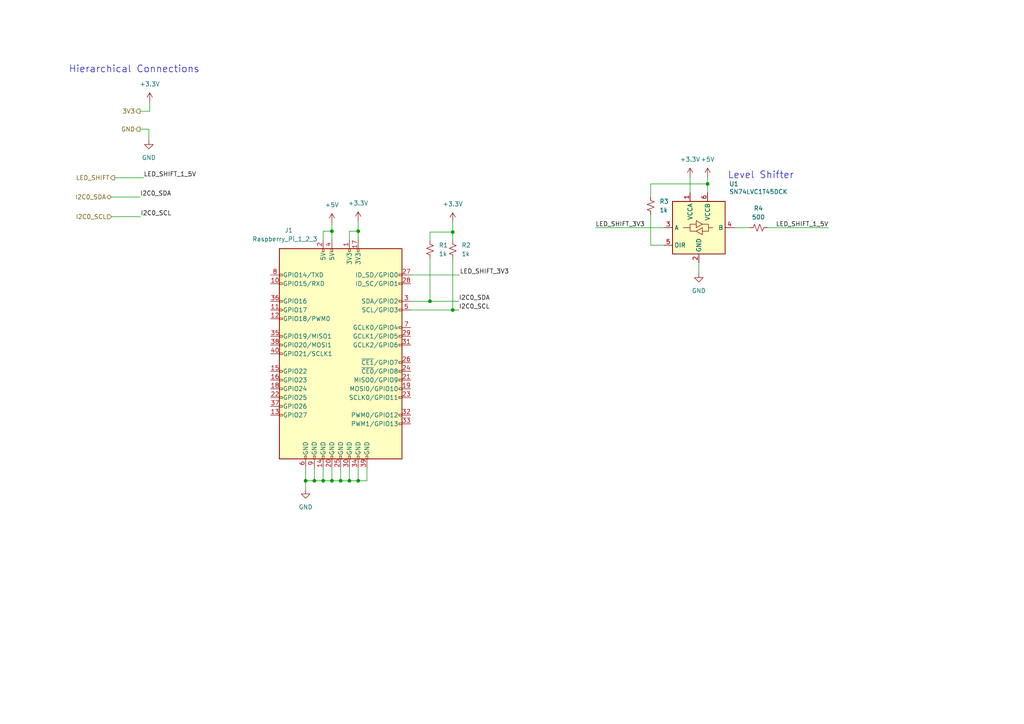
<source format=kicad_sch>
(kicad_sch (version 20230121) (generator eeschema)
  (paper "A4")
  (title_block (rev "A"))
  (lib_symbols
    (symbol "Connector:Raspberry_Pi_2_3" (pin_names (offset 1.016))
      (property "Reference" "J" (at -17.78 31.75 0))
      (property "Value" "Raspberry_Pi_2_3" (at 10.16 -31.75 0))
      (symbol "Raspberry_Pi_2_3_0_1"
        (rectangle (start -17.78 30.48) (end 17.78 -30.48) (stroke (width 0.254)) (fill (type background)))
      )
      (symbol "Raspberry_Pi_2_3_1_1"
        (rectangle (start -16.891 -17.526) (end -17.78 -18.034))
        (rectangle (start -16.891 -14.986) (end -17.78 -15.494))
        (rectangle (start -16.891 -12.446) (end -17.78 -12.954))
        (rectangle (start -16.891 -9.906) (end -17.78 -10.414))
        (rectangle (start -16.891 -7.366) (end -17.78 -7.874))
        (rectangle (start -16.891 -4.826) (end -17.78 -5.334))
        (rectangle (start -16.891 0.254) (end -17.78 -0.254))
        (rectangle (start -16.891 2.794) (end -17.78 2.286))
        (rectangle (start -16.891 5.334) (end -17.78 4.826))
        (rectangle (start -16.891 10.414) (end -17.78 9.906))
        (rectangle (start -16.891 12.954) (end -17.78 12.446))
        (rectangle (start -16.891 15.494) (end -17.78 14.986))
        (rectangle (start -16.891 20.574) (end -17.78 20.066))
        (rectangle (start -16.891 23.114) (end -17.78 22.606))
        (rectangle (start -10.414 -29.591) (end -9.906 -30.48))
        (rectangle (start -7.874 -29.591) (end -7.366 -30.48))
        (rectangle (start -5.334 -29.591) (end -4.826 -30.48))
        (rectangle (start -5.334 30.48) (end -4.826 29.591))
        (rectangle (start -2.794 -29.591) (end -2.286 -30.48))
        (rectangle (start -2.794 30.48) (end -2.286 29.591))
        (rectangle (start -0.254 -29.591) (end 0.254 -30.48))
        (rectangle (start 2.286 -29.591) (end 2.794 -30.48))
        (rectangle (start 2.286 30.48) (end 2.794 29.591))
        (rectangle (start 4.826 -29.591) (end 5.334 -30.48))
        (rectangle (start 4.826 30.48) (end 5.334 29.591))
        (rectangle (start 7.366 -29.591) (end 7.874 -30.48))
        (rectangle (start 17.78 -20.066) (end 16.891 -20.574))
        (rectangle (start 17.78 -17.526) (end 16.891 -18.034))
        (rectangle (start 17.78 -12.446) (end 16.891 -12.954))
        (rectangle (start 17.78 -9.906) (end 16.891 -10.414))
        (rectangle (start 17.78 -7.366) (end 16.891 -7.874))
        (rectangle (start 17.78 -4.826) (end 16.891 -5.334))
        (rectangle (start 17.78 -2.286) (end 16.891 -2.794))
        (rectangle (start 17.78 2.794) (end 16.891 2.286))
        (rectangle (start 17.78 5.334) (end 16.891 4.826))
        (rectangle (start 17.78 7.874) (end 16.891 7.366))
        (rectangle (start 17.78 12.954) (end 16.891 12.446))
        (rectangle (start 17.78 15.494) (end 16.891 14.986))
        (rectangle (start 17.78 20.574) (end 16.891 20.066))
        (rectangle (start 17.78 23.114) (end 16.891 22.606))
        (pin power_in line (at 2.54 33.02 270) (length 2.54) (name "3V3") (number "1"))
        (pin bidirectional line (at -20.32 20.32 0) (length 2.54) (name "GPIO15/RXD") (number "10"))
        (pin bidirectional line (at -20.32 12.7 0) (length 2.54) (name "GPIO17") (number "11"))
        (pin bidirectional line (at -20.32 10.16 0) (length 2.54) (name "GPIO18/PWM0") (number "12"))
        (pin bidirectional line (at -20.32 -17.78 0) (length 2.54) (name "GPIO27") (number "13"))
        (pin power_in line (at -5.08 -33.02 90) (length 2.54) (name "GND") (number "14"))
        (pin bidirectional line (at -20.32 -5.08 0) (length 2.54) (name "GPIO22") (number "15"))
        (pin bidirectional line (at -20.32 -7.62 0) (length 2.54) (name "GPIO23") (number "16"))
        (pin power_in line (at 5.08 33.02 270) (length 2.54) (name "3V3") (number "17"))
        (pin bidirectional line (at -20.32 -10.16 0) (length 2.54) (name "GPIO24") (number "18"))
        (pin bidirectional line (at 20.32 -10.16 180) (length 2.54) (name "MOSI0/GPIO10") (number "19"))
        (pin power_in line (at -5.08 33.02 270) (length 2.54) (name "5V") (number "2"))
        (pin power_in line (at -2.54 -33.02 90) (length 2.54) (name "GND") (number "20"))
        (pin bidirectional line (at 20.32 -7.62 180) (length 2.54) (name "MISO0/GPIO9") (number "21"))
        (pin bidirectional line (at -20.32 -12.7 0) (length 2.54) (name "GPIO25") (number "22"))
        (pin bidirectional line (at 20.32 -12.7 180) (length 2.54) (name "SCLK0/GPIO11") (number "23"))
        (pin bidirectional line (at 20.32 -5.08 180) (length 2.54) (name "~{CE0}/GPIO8") (number "24"))
        (pin power_in line (at 0 -33.02 90) (length 2.54) (name "GND") (number "25"))
        (pin bidirectional line (at 20.32 -2.54 180) (length 2.54) (name "~{CE1}/GPIO7") (number "26"))
        (pin bidirectional line (at 20.32 22.86 180) (length 2.54) (name "ID_SD/GPIO0") (number "27"))
        (pin bidirectional line (at 20.32 20.32 180) (length 2.54) (name "ID_SC/GPIO1") (number "28"))
        (pin bidirectional line (at 20.32 5.08 180) (length 2.54) (name "GCLK1/GPIO5") (number "29"))
        (pin bidirectional line (at 20.32 15.24 180) (length 2.54) (name "SDA/GPIO2") (number "3"))
        (pin power_in line (at 2.54 -33.02 90) (length 2.54) (name "GND") (number "30"))
        (pin bidirectional line (at 20.32 2.54 180) (length 2.54) (name "GCLK2/GPIO6") (number "31"))
        (pin bidirectional line (at 20.32 -17.78 180) (length 2.54) (name "PWM0/GPIO12") (number "32"))
        (pin bidirectional line (at 20.32 -20.32 180) (length 2.54) (name "PWM1/GPIO13") (number "33"))
        (pin power_in line (at 5.08 -33.02 90) (length 2.54) (name "GND") (number "34"))
        (pin bidirectional line (at -20.32 5.08 0) (length 2.54) (name "GPIO19/MISO1") (number "35"))
        (pin bidirectional line (at -20.32 15.24 0) (length 2.54) (name "GPIO16") (number "36"))
        (pin bidirectional line (at -20.32 -15.24 0) (length 2.54) (name "GPIO26") (number "37"))
        (pin bidirectional line (at -20.32 2.54 0) (length 2.54) (name "GPIO20/MOSI1") (number "38"))
        (pin power_in line (at 7.62 -33.02 90) (length 2.54) (name "GND") (number "39"))
        (pin power_in line (at -2.54 33.02 270) (length 2.54) (name "5V") (number "4"))
        (pin bidirectional line (at -20.32 0 0) (length 2.54) (name "GPIO21/SCLK1") (number "40"))
        (pin bidirectional line (at 20.32 12.7 180) (length 2.54) (name "SCL/GPIO3") (number "5"))
        (pin power_in line (at -10.16 -33.02 90) (length 2.54) (name "GND") (number "6"))
        (pin bidirectional line (at 20.32 7.62 180) (length 2.54) (name "GCLK0/GPIO4") (number "7"))
        (pin bidirectional line (at -20.32 22.86 0) (length 2.54) (name "GPIO14/TXD") (number "8"))
        (pin power_in line (at -7.62 -33.02 90) (length 2.54) (name "GND") (number "9"))
      )
    )
    (symbol "Device:R_Small_US" (pin_numbers hide) (pin_names (offset 0.254) hide)
      (property "Reference" "R" (at 0.762 0.508 0))
      (property "Value" "R_Small_US" (at 0.762 -1.016 0))
      (symbol "R_Small_US_1_1"
        (polyline (pts (xy 0 0) (xy 1.016 -0.381) (xy 0 -0.762) (xy -1.016 -1.143) (xy 0 -1.524)))
        (polyline (pts (xy 0 1.524) (xy 1.016 1.143) (xy 0 0.762) (xy -1.016 0.381) (xy 0 0)))
        (pin passive line (at 0 2.54 270) (length 1.016) (name "~") (number "1"))
        (pin passive line (at 0 -2.54 90) (length 1.016) (name "~") (number "2"))
      )
    )
    (symbol "Logic_LevelTranslator:SN74LVC1T45DCK"
      (property "Reference" "U" (at -6.35 8.89 0))
      (property "Value" "SN74LVC1T45DCK" (at 3.81 8.89 0))
      (symbol "SN74LVC1T45DCK_0_1"
        (rectangle (start -7.62 7.62) (end 7.62 -7.62) (stroke (width 0.254)) (fill (type background)))
        (polyline (pts (xy -2.54 0) (xy -2.54 1.016) (xy -0.762 1.016)))
        (polyline (pts (xy 2.794 0) (xy 2.794 -1.016) (xy 1.016 -1.016)))
        (polyline (pts (xy -0.762 -1.016) (xy -2.54 -1.016) (xy -2.54 0) (xy -4.572 0)))
        (polyline (pts (xy -0.762 0) (xy -0.762 2.032) (xy 1.016 1.016) (xy -0.762 0)))
        (polyline (pts (xy 1.016 1.016) (xy 2.794 1.016) (xy 2.794 0) (xy 4.064 0)))
        (polyline (pts (xy 1.016 0) (xy 1.016 -1.778) (xy 1.016 -2.032) (xy -0.762 -1.016) (xy 1.016 0)))
      )
      (symbol "SN74LVC1T45DCK_1_1"
        (pin power_in line (at -2.54 10.16 270) (length 2.54) (name "VCCA") (number "1"))
        (pin power_in line (at 0 -10.16 90) (length 2.54) (name "GND") (number "2"))
        (pin bidirectional line (at -10.16 0 0) (length 2.54) (name "A") (number "3"))
        (pin bidirectional line (at 10.16 0 180) (length 2.54) (name "B") (number "4"))
        (pin input line (at -10.16 -5.08 0) (length 2.54) (name "DIR") (number "5"))
        (pin power_in line (at 2.54 10.16 270) (length 2.54) (name "VCCB") (number "6"))
      )
    )
    (symbol "power:+3.3V" (power) (pin_names (offset 0))
      (property "Value" "+3.3V" (at 0 3.556 0))
      (symbol "+3.3V_0_1"
        (polyline (pts (xy -0.762 1.27) (xy 0 2.54)))
        (polyline (pts (xy 0 0) (xy 0 2.54)))
        (polyline (pts (xy 0 2.54) (xy 0.762 1.27)))
      )
      (symbol "+3.3V_1_1"
        (pin power_in line (at 0 0 90) (length 0) hide (name "+3.3V") (number "1"))
      )
    )
    (symbol "power:+5V" (power) (pin_names (offset 0))
      (property "Value" "+5V" (at 0 3.556 0))
      (symbol "+5V_0_1"
        (polyline (pts (xy -0.762 1.27) (xy 0 2.54)))
        (polyline (pts (xy 0 0) (xy 0 2.54)))
        (polyline (pts (xy 0 2.54) (xy 0.762 1.27)))
      )
      (symbol "+5V_1_1"
        (pin power_in line (at 0 0 90) (length 0) hide (name "+5V") (number "1"))
      )
    )
    (symbol "power:GND" (power) (pin_names (offset 0))
      (property "Value" "GND" (at 0 -3.81 0))
      (symbol "GND_0_1"
        (polyline (pts (xy 0 0) (xy 0 -1.27) (xy 1.27 -1.27) (xy 0 -2.54) (xy -1.27 -1.27) (xy 0 -1.27)))
      )
      (symbol "GND_1_1"
        (pin power_in line (at 0 0 270) (length 0) hide (name "GND") (number "1"))
      )
    )
  )
  (junction (at 131.318 89.916))
  (junction (at 88.646 139.446))
  (junction (at 96.266 67.056))
  (junction (at 103.886 67.056))
  (junction (at 98.806 139.446))
  (junction (at 205.232 53.34))
  (junction (at 91.186 139.446))
  (junction (at 96.266 139.446))
  (junction (at 124.714 87.376))
  (junction (at 101.346 139.446))
  (junction (at 93.726 139.446))
  (junction (at 103.886 139.446))
  (junction (at 131.318 67.31))
  (wire (pts (xy 98.806 139.446) (xy 101.346 139.446)))
  (wire (pts (xy 131.318 67.31) (xy 131.318 64.262)))
  (wire (pts (xy 96.266 135.636) (xy 96.266 139.446)))
  (wire (pts (xy 119.126 79.756) (xy 133.35 79.756)))
  (wire (pts (xy 91.186 139.446) (xy 88.646 139.446)))
  (wire (pts (xy 188.722 71.12) (xy 192.532 71.12)))
  (wire (pts (xy 103.886 135.636) (xy 103.886 139.446)))
  (wire (pts (xy 188.722 53.34) (xy 188.722 57.15)))
  (wire (pts (xy 32.258 57.15) (xy 40.64 57.15)))
  (wire (pts (xy 101.346 67.056) (xy 101.346 69.596)))
  (wire (pts (xy 172.72 66.04) (xy 192.532 66.04)))
  (wire (pts (xy 101.346 135.636) (xy 101.346 139.446)))
  (wire (pts (xy 131.318 89.916) (xy 133.096 89.916)))
  (wire (pts (xy 43.434 29.464) (xy 43.434 32.258)))
  (wire (pts (xy 40.64 32.258) (xy 43.434 32.258)))
  (wire (pts (xy 93.726 67.056) (xy 96.266 67.056)))
  (wire (pts (xy 205.232 51.308) (xy 205.232 53.34)))
  (wire (pts (xy 222.504 66.04) (xy 240.284 66.04)))
  (wire (pts (xy 124.714 87.376) (xy 133.096 87.376)))
  (wire (pts (xy 91.186 135.636) (xy 91.186 139.446)))
  (wire (pts (xy 106.426 139.446) (xy 106.426 135.636)))
  (wire (pts (xy 131.318 74.93) (xy 131.318 89.916)))
  (wire (pts (xy 119.126 87.376) (xy 124.714 87.376)))
  (wire (pts (xy 33.274 51.562) (xy 41.656 51.562)))
  (wire (pts (xy 124.714 67.31) (xy 131.318 67.31)))
  (wire (pts (xy 40.64 37.465) (xy 43.18 37.465)))
  (wire (pts (xy 188.722 62.23) (xy 188.722 71.12)))
  (wire (pts (xy 32.385 62.865) (xy 40.767 62.865)))
  (wire (pts (xy 93.726 139.446) (xy 96.266 139.446)))
  (wire (pts (xy 202.692 76.2) (xy 202.692 79.248)))
  (wire (pts (xy 103.886 69.596) (xy 103.886 67.056)))
  (wire (pts (xy 212.852 66.04) (xy 217.424 66.04)))
  (wire (pts (xy 43.18 37.465) (xy 43.18 40.64)))
  (wire (pts (xy 96.266 64.516) (xy 96.266 67.056)))
  (wire (pts (xy 200.152 51.308) (xy 200.152 55.88)))
  (wire (pts (xy 96.266 67.056) (xy 96.266 69.596)))
  (wire (pts (xy 88.646 135.636) (xy 88.646 139.446)))
  (wire (pts (xy 88.646 139.446) (xy 88.646 141.986)))
  (wire (pts (xy 119.126 89.916) (xy 131.318 89.916)))
  (wire (pts (xy 98.806 135.636) (xy 98.806 139.446)))
  (wire (pts (xy 101.346 67.056) (xy 103.886 67.056)))
  (wire (pts (xy 124.714 74.93) (xy 124.714 87.376)))
  (wire (pts (xy 93.726 67.056) (xy 93.726 69.596)))
  (wire (pts (xy 91.186 139.446) (xy 93.726 139.446)))
  (wire (pts (xy 205.232 53.34) (xy 205.232 55.88)))
  (wire (pts (xy 205.232 53.34) (xy 188.722 53.34)))
  (wire (pts (xy 101.346 139.446) (xy 103.886 139.446)))
  (wire (pts (xy 93.726 135.636) (xy 93.726 139.446)))
  (wire (pts (xy 103.886 67.056) (xy 103.886 64.008)))
  (wire (pts (xy 103.886 139.446) (xy 106.426 139.446)))
  (wire (pts (xy 124.714 69.85) (xy 124.714 67.31)))
  (wire (pts (xy 96.266 139.446) (xy 98.806 139.446)))
  (wire (pts (xy 131.318 67.31) (xy 131.318 69.85)))
  (text "Hierarchical Connections " (at 59.436 21.336 0) (effects (font (size 2 2)) (justify right bottom)))
  (text "Level Shifter\n" (at 211.074 52.07 0) (effects (font (size 2 2)) (justify left bottom)))
  (label "I2C0_SCL" (at 40.767 62.865 0))
  (label "LED_SHIFT_1_5V" (at 41.656 51.562 0))
  (label "LED_SHIFT_3V3" (at 172.72 66.04 0))
  (label "LED_SHIFT_1_5V" (at 240.284 66.04 180))
  (label "I2C0_SDA" (at 40.64 57.15 0))
  (label "I2C0_SCL" (at 133.096 89.916 0))
  (label "LED_SHIFT_3V3" (at 133.35 79.756 0))
  (label "I2C0_SDA" (at 133.096 87.376 0))
  (hierarchical_label "I2C0_SDA" (shape bidirectional) (at 32.258 57.15 180))
  (hierarchical_label "GND" (shape output) (at 40.64 37.465 180))
  (hierarchical_label "3V3" (shape output) (at 40.64 32.258 180))
  (hierarchical_label "LED_SHIFT" (shape output) (at 33.274 51.562 180))
  (hierarchical_label "I2C0_SCL" (shape input) (at 32.385 62.865 180))
  (symbol (lib_id "Logic_LevelTranslator:SN74LVC1T45DCK") (at 202.692 66.04 0) (unit 1)
    (property "Reference" "U1" (at 212.852 53.34 0))
    (property "Value" "SN74LVC1T45DCK" (at 219.964 55.626 0))
    (property "Footprint" "Package_TO_SOT_SMD:SOT-363_SC-70-6" (effects hide))
    (property "Datasheet" "http://www.ti.com/lit/ds/symlink/sn74lvc1t45.pdf" (effects hide))
  )
  (symbol (lib_id "power:+3.3V") (at 131.318 64.262 0) (unit 1)
    (property "Reference" "#PWR04" (effects hide))
    (property "Value" "+3.3V" (at 131.318 59.182 0))
  )
  (symbol (lib_id "power:+3.3V") (at 43.434 29.464 0) (unit 1)
    (property "Reference" "#PWR031" (effects hide))
    (property "Value" "+3.3V" (at 43.434 24.384 0))
  )
  (symbol (lib_id "power:+5V") (at 96.266 64.516 0) (unit 1)
    (property "Reference" "#PWR02" (effects hide))
    (property "Value" "+5V" (at 96.266 59.436 0))
  )
  (symbol (lib_id "power:+3.3V") (at 103.886 64.008 0) (unit 1)
    (property "Reference" "#PWR03" (effects hide))
    (property "Value" "+3.3V" (at 103.886 58.928 0))
  )
  (symbol (lib_id "Connector:Raspberry_Pi_2_3") (at 98.806 102.616 0) (unit 1)
    (property "Reference" "J1" (at 82.55 66.802 0) (effects (justify left)))
    (property "Value" "Raspberry_Pi_1_2_3" (at 73.152 69.342 0) (effects (justify left)))
    (property "Footprint" "Connector_PinSocket_2.54mm:PinSocket_2x20_P2.54mm_Vertical" (effects hide))
    (property "Datasheet" "https://www.raspberrypi.org/documentation/hardware/raspberrypi/schematics/rpi_SCH_3bplus_1p0_reduced.pdf" (effects hide))
  )
  (symbol (lib_id "Device:R_Small_US") (at 131.318 72.39 0) (unit 1)
    (property "Reference" "R2" (at 133.858 71.12 0) (effects (justify left)))
    (property "Value" "1k" (at 133.858 73.66 0) (effects (justify left)))
  )
  (symbol (lib_id "Device:R_Small_US") (at 219.964 66.04 90) (unit 1)
    (property "Reference" "R4" (at 219.964 60.452 90))
    (property "Value" "500" (at 219.964 62.992 90))
  )
  (symbol (lib_id "Device:R_Small_US") (at 188.722 59.69 0) (unit 1)
    (property "Reference" "R3" (at 191.262 58.42 0) (effects (justify left)))
    (property "Value" "1k" (at 191.262 60.96 0) (effects (justify left)))
  )
  (symbol (lib_id "power:GND") (at 43.18 40.64 0) (unit 1)
    (property "Reference" "#PWR030" (effects hide))
    (property "Value" "GND" (at 43.18 45.72 0))
  )
  (symbol (lib_id "Device:R_Small_US") (at 124.714 72.39 0) (unit 1)
    (property "Reference" "R1" (at 127.254 71.12 0) (effects (justify left)))
    (property "Value" "1k" (at 127.254 73.66 0) (effects (justify left)))
  )
  (symbol (lib_id "power:GND") (at 88.646 141.986 0) (unit 1)
    (property "Reference" "#PWR01" (effects hide))
    (property "Value" "GND" (at 88.646 147.066 0))
  )
  (symbol (lib_id "power:+5V") (at 205.232 51.308 0) (unit 1)
    (property "Reference" "#PWR07" (effects hide))
    (property "Value" "+5V" (at 205.232 46.228 0))
  )
  (symbol (lib_id "power:+3.3V") (at 200.152 51.308 0) (unit 1)
    (property "Reference" "#PWR05" (effects hide))
    (property "Value" "+3.3V" (at 200.152 46.228 0))
  )
  (symbol (lib_id "power:GND") (at 202.692 79.248 0) (unit 1)
    (property "Reference" "#PWR06" (effects hide))
    (property "Value" "GND" (at 202.692 84.328 0))
  )
)
</source>
